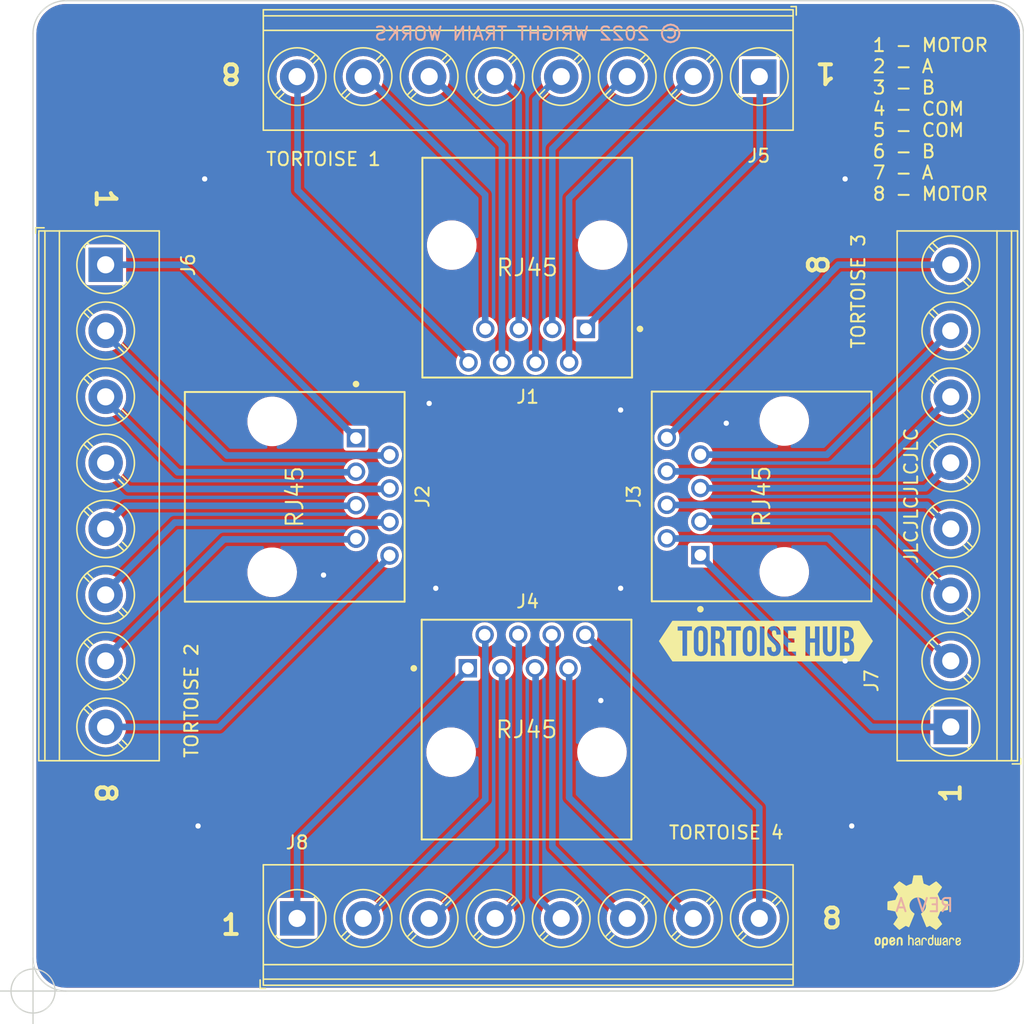
<source format=kicad_pcb>
(kicad_pcb (version 20211014) (generator pcbnew)
  (title_block (title "Tortoise Hub Board") (date "2022-02-13") (rev "A") (company "Wright Train Works"))
  (layers (0 "F.Cu" signal) (31 "B.Cu" signal) (34 "B.Paste" user) (35 "F.Paste" user) (36 "B.SilkS" user "B.Silkscreen") (37 "F.SilkS" user "F.Silkscreen") (38 "B.Mask" user) (39 "F.Mask" user) (44 "Edge.Cuts" user))
  (net 0 "")
  (net 1 "Net-(J1-Pad1)")
  (net 2 "Net-(J1-Pad2)")
  (net 3 "Net-(J1-Pad3)")
  (net 4 "Net-(J1-Pad4)")
  (net 5 "Net-(J1-Pad5)")
  (net 6 "Net-(J1-Pad6)")
  (net 7 "Net-(J1-Pad7)")
  (net 8 "Net-(J1-Pad8)")
  (net 9 "Net-(J2-Pad1)")
  (net 10 "Net-(J2-Pad2)")
  (net 11 "Net-(J2-Pad3)")
  (net 12 "Net-(J2-Pad4)")
  (net 13 "Net-(J2-Pad5)")
  (net 14 "Net-(J2-Pad6)")
  (net 15 "Net-(J2-Pad7)")
  (net 16 "Net-(J2-Pad8)")
  (net 17 "Net-(J3-Pad1)")
  (net 18 "Net-(J3-Pad2)")
  (net 19 "Net-(J3-Pad3)")
  (net 20 "Net-(J3-Pad4)")
  (net 21 "Net-(J3-Pad5)")
  (net 22 "Net-(J3-Pad6)")
  (net 23 "Net-(J3-Pad7)")
  (net 24 "Net-(J3-Pad8)")
  (net 25 "Net-(J4-Pad1)")
  (net 26 "Net-(J4-Pad2)")
  (net 27 "Net-(J4-Pad3)")
  (net 28 "Net-(J4-Pad4)")
  (net 29 "Net-(J4-Pad5)")
  (net 30 "Net-(J4-Pad6)")
  (net 31 "Net-(J4-Pad7)")
  (net 32 "Net-(J4-Pad8)")
  (net 33 "GND")
  (footprint "TE-5556416-1:TE-5556416-1" (layer "F.Cu") (at 134.875 118.7)
    (fp_text reference "J4" (at -0.875 -9.7) (layer "F.SilkS") (effects (justify left)))
    (fp_text value "RJ45" (at 0 0) (layer "F.SilkS") (effects (font (size 1.27 1.27))))
    (pad "" np_thru_hole circle (at -5.715 1.71) (size 3.25 3.25) (drill 3.25) (layers *.Cu *.Mask))
    (pad "" np_thru_hole circle (at 5.715 1.71) (size 3.25 3.25) (drill 3.25) (layers *.Cu *.Mask))
    (pad "1" thru_hole rect (at -4.445 -4.64) (size 1.39 1.39) (drill 0.89) (layers *.Cu) (net 25 "Net-(J4-Pad1)"))
    (pad "2" thru_hole circle (at -3.175 -7.18) (size 1.39 1.39) (drill 0.89) (layers *.Cu) (net 26 "Net-(J4-Pad2)"))
    (pad "3" thru_hole circle (at -1.905 -4.64) (size 1.39 1.39) (drill 0.89) (layers *.Cu) (net 27 "Net-(J4-Pad3)"))
    (pad "4" thru_hole circle (at -0.635 -7.18) (size 1.39 1.39) (drill 0.89) (layers *.Cu) (net 28 "Net-(J4-Pad4)"))
    (pad "5" thru_hole circle (at 0.635 -4.64) (size 1.39 1.39) (drill 0.89) (layers *.Cu) (net 29 "Net-(J4-Pad5)"))
    (pad "6" thru_hole circle (at 1.905 -7.18) (size 1.39 1.39) (drill 0.89) (layers *.Cu) (net 30 "Net-(J4-Pad6)"))
    (pad "7" thru_hole circle (at 3.175 -4.64) (size 1.39 1.39) (drill 0.89) (layers *.Cu) (net 31 "Net-(J4-Pad7)"))
    (pad "8" thru_hole circle (at 4.445 -7.18) (size 1.39 1.39) (drill 0.89) (layers *.Cu) (net 32 "Net-(J4-Pad8)"))
  )
  (footprint "Symbol:OSHW-Logo2_7.3x6mm_SilkScreen" (layer "F.Cu") (at 164.5 132.5)
    (fp_text reference "REF**" hide)
    (fp_text value "OSHW-Logo2_7.3x6mm_SilkScreen" hide)
  )
  (footprint "kibuzzard-620B6713" (layer "F.Cu") (at 153 112)
    (fp_text reference "kibuzzard-620B6713" hide)
    (fp_text value "G***" hide)
  )
  (footprint "TE-5556416-1:TE-5556416-1" (layer "F.Cu") (at 134.925 83.72 180)
    (fp_text reference "J1" (at 0.925 -9.78 180) (layer "F.SilkS") (effects (justify left)))
    (fp_text value "RJ45" (at 0 0 180) (layer "F.SilkS") (effects (font (size 1.27 1.27))))
    (pad "" np_thru_hole circle (at 5.715 1.71 180) (size 3.25 3.25) (drill 3.25) (layers *.Cu *.Mask))
    (pad "" np_thru_hole circle (at -5.715 1.71 180) (size 3.25 3.25) (drill 3.25) (layers *.Cu *.Mask))
    (pad "1" thru_hole rect (at -4.445 -4.64 180) (size 1.39 1.39) (drill 0.89) (layers *.Cu) (net 1 "Net-(J1-Pad1)"))
    (pad "2" thru_hole circle (at -3.175 -7.18 180) (size 1.39 1.39) (drill 0.89) (layers *.Cu) (net 2 "Net-(J1-Pad2)"))
    (pad "3" thru_hole circle (at -1.905 -4.64 180) (size 1.39 1.39) (drill 0.89) (layers *.Cu) (net 3 "Net-(J1-Pad3)"))
    (pad "4" thru_hole circle (at -0.635 -7.18 180) (size 1.39 1.39) (drill 0.89) (layers *.Cu) (net 4 "Net-(J1-Pad4)"))
    (pad "5" thru_hole circle (at 0.635 -4.64 180) (size 1.39 1.39) (drill 0.89) (layers *.Cu) (net 5 "Net-(J1-Pad5)"))
    (pad "6" thru_hole circle (at 1.905 -7.18 180) (size 1.39 1.39) (drill 0.89) (layers *.Cu) (net 6 "Net-(J1-Pad6)"))
    (pad "7" thru_hole circle (at 3.175 -4.64 180) (size 1.39 1.39) (drill 0.89) (layers *.Cu) (net 7 "Net-(J1-Pad7)"))
    (pad "8" thru_hole circle (at 4.445 -7.18 180) (size 1.39 1.39) (drill 0.89) (layers *.Cu) (net 8 "Net-(J1-Pad8)"))
  )
  (footprint "TerminalBlock_Phoenix:TerminalBlock_Phoenix_PT-1,5-8-5.0-H_1x08_P5.00mm_Horizontal" (layer "F.Cu") (at 167 118.5 90)
    (fp_text reference "J7" (at 3.5 -6 90) (layer "F.SilkS"))
    (fp_text value "Conn_01x08" hide)
    (pad "1" thru_hole rect (at 0 0 90) (size 2.6 2.6) (drill 1.3) (layers *.Cu *.Mask) (net 17 "Net-(J3-Pad1)"))
    (pad "2" thru_hole circle (at 5 0 90) (size 2.6 2.6) (drill 1.3) (layers *.Cu *.Mask) (net 18 "Net-(J3-Pad2)"))
    (pad "3" thru_hole circle (at 10 0 90) (size 2.6 2.6) (drill 1.3) (layers *.Cu *.Mask) (net 19 "Net-(J3-Pad3)"))
    (pad "4" thru_hole circle (at 15 0 90) (size 2.6 2.6) (drill 1.3) (layers *.Cu *.Mask) (net 20 "Net-(J3-Pad4)"))
    (pad "5" thru_hole circle (at 20 0 90) (size 2.6 2.6) (drill 1.3) (layers *.Cu *.Mask) (net 21 "Net-(J3-Pad5)"))
    (pad "6" thru_hole circle (at 25 0 90) (size 2.6 2.6) (drill 1.3) (layers *.Cu *.Mask) (net 22 "Net-(J3-Pad6)"))
    (pad "7" thru_hole circle (at 30 0 90) (size 2.6 2.6) (drill 1.3) (layers *.Cu *.Mask) (net 23 "Net-(J3-Pad7)"))
    (pad "8" thru_hole circle (at 35 0 90) (size 2.6 2.6) (drill 1.3) (layers *.Cu *.Mask) (net 24 "Net-(J3-Pad8)"))
  )
  (footprint "TE-5556416-1:TE-5556416-1" (layer "F.Cu") (at 152.68 101.045 90)
    (fp_text reference "J3" (at -0.955 -9.68 90) (layer "F.SilkS") (effects (justify left)))
    (fp_text value "RJ45" (at 0 0 90) (layer "F.SilkS") (effects (font (size 1.27 1.27))))
    (pad "" np_thru_hole circle (at -5.715 1.71 90) (size 3.25 3.25) (drill 3.25) (layers *.Cu *.Mask))
    (pad "" np_thru_hole circle (at 5.715 1.71 90) (size 3.25 3.25) (drill 3.25) (layers *.Cu *.Mask))
    (pad "1" thru_hole rect (at -4.445 -4.64 90) (size 1.39 1.39) (drill 0.89) (layers *.Cu) (net 17 "Net-(J3-Pad1)"))
    (pad "2" thru_hole circle (at -3.175 -7.18 90) (size 1.39 1.39) (drill 0.89) (layers *.Cu) (net 18 "Net-(J3-Pad2)"))
    (pad "3" thru_hole circle (at -1.905 -4.64 90) (size 1.39 1.39) (drill 0.89) (layers *.Cu) (net 19 "Net-(J3-Pad3)"))
    (pad "4" thru_hole circle (at -0.635 -7.18 90) (size 1.39 1.39) (drill 0.89) (layers *.Cu) (net 20 "Net-(J3-Pad4)"))
    (pad "5" thru_hole circle (at 0.635 -4.64 90) (size 1.39 1.39) (drill 0.89) (layers *.Cu) (net 21 "Net-(J3-Pad5)"))
    (pad "6" thru_hole circle (at 1.905 -7.18 90) (size 1.39 1.39) (drill 0.89) (layers *.Cu) (net 22 "Net-(J3-Pad6)"))
    (pad "7" thru_hole circle (at 3.175 -4.64 90) (size 1.39 1.39) (drill 0.89) (layers *.Cu) (net 23 "Net-(J3-Pad7)"))
    (pad "8" thru_hole circle (at 4.445 -7.18 90) (size 1.39 1.39) (drill 0.89) (layers *.Cu) (net 24 "Net-(J3-Pad8)"))
  )
  (footprint "TerminalBlock_Phoenix:TerminalBlock_Phoenix_PT-1,5-8-5.0-H_1x08_P5.00mm_Horizontal" (layer "F.Cu") (at 103 83.5 -90)
    (fp_text reference "J6" (at 0 -6.25 90) (layer "F.SilkS"))
    (fp_text value "Conn_01x08" hide)
    (pad "1" thru_hole rect (at 0 0 270) (size 2.6 2.6) (drill 1.3) (layers *.Cu *.Mask) (net 9 "Net-(J2-Pad1)"))
    (pad "2" thru_hole circle (at 5 0 270) (size 2.6 2.6) (drill 1.3) (layers *.Cu *.Mask) (net 10 "Net-(J2-Pad2)"))
    (pad "3" thru_hole circle (at 10 0 270) (size 2.6 2.6) (drill 1.3) (layers *.Cu *.Mask) (net 11 "Net-(J2-Pad3)"))
    (pad "4" thru_hole circle (at 15 0 270) (size 2.6 2.6) (drill 1.3) (layers *.Cu *.Mask) (net 12 "Net-(J2-Pad4)"))
    (pad "5" thru_hole circle (at 20 0 270) (size 2.6 2.6) (drill 1.3) (layers *.Cu *.Mask) (net 13 "Net-(J2-Pad5)"))
    (pad "6" thru_hole circle (at 25 0 270) (size 2.6 2.6) (drill 1.3) (layers *.Cu *.Mask) (net 14 "Net-(J2-Pad6)"))
    (pad "7" thru_hole circle (at 30 0 270) (size 2.6 2.6) (drill 1.3) (layers *.Cu *.Mask) (net 15 "Net-(J2-Pad7)"))
    (pad "8" thru_hole circle (at 35 0 270) (size 2.6 2.6) (drill 1.3) (layers *.Cu *.Mask) (net 16 "Net-(J2-Pad8)"))
  )
  (footprint "TerminalBlock_Phoenix:TerminalBlock_Phoenix_PT-1,5-8-5.0-H_1x08_P5.00mm_Horizontal" (layer "F.Cu") (at 152.5 69.25 180)
    (fp_text reference "J5" (at 0.035 -6) (layer "F.SilkS"))
    (fp_text value "Conn_01x08" hide)
    (pad "1" thru_hole rect (at 0 0 180) (size 2.6 2.6) (drill 1.3) (layers *.Cu *.Mask) (net 1 "Net-(J1-Pad1)"))
    (pad "2" thru_hole circle (at 5 0 180) (size 2.6 2.6) (drill 1.3) (layers *.Cu *.Mask) (net 2 "Net-(J1-Pad2)"))
    (pad "3" thru_hole circle (at 10 0 180) (size 2.6 2.6) (drill 1.3) (layers *.Cu *.Mask) (net 3 "Net-(J1-Pad3)"))
    (pad "4" thru_hole circle (at 15 0 180) (size 2.6 2.6) (drill 1.3) (layers *.Cu *.Mask) (net 4 "Net-(J1-Pad4)"))
    (pad "5" thru_hole circle (at 20 0 180) (size 2.6 2.6) (drill 1.3) (layers *.Cu *.Mask) (net 5 "Net-(J1-Pad5)"))
    (pad "6" thru_hole circle (at 25 0 180) (size 2.6 2.6) (drill 1.3) (layers *.Cu *.Mask) (net 6 "Net-(J1-Pad6)"))
    (pad "7" thru_hole circle (at 30 0 180) (size 2.6 2.6) (drill 1.3) (layers *.Cu *.Mask) (net 7 "Net-(J1-Pad7)"))
    (pad "8" thru_hole circle (at 35 0 180) (size 2.6 2.6) (drill 1.3) (layers *.Cu *.Mask) (net 8 "Net-(J1-Pad8)"))
  )
  (footprint "TE-5556416-1:TE-5556416-1" (layer "F.Cu") (at 117.32 101.075 -90)
    (fp_text reference "J2" (at 0.925 -9.68 -90) (layer "F.SilkS") (effects (justify left)))
    (fp_text value "RJ45" (at 0 0 -90) (layer "F.SilkS") (effects (font (size 1.27 1.27))))
    (pad "" np_thru_hole circle (at 5.715 1.71 270) (size 3.25 3.25) (drill 3.25) (layers *.Cu *.Mask))
    (pad "" np_thru_hole circle (at -5.715 1.71 270) (size 3.25 3.25) (drill 3.25) (layers *.Cu *.Mask))
    (pad "1" thru_hole rect (at -4.445 -4.64 270) (size 1.39 1.39) (drill 0.89) (layers *.Cu) (net 9 "Net-(J2-Pad1)"))
    (pad "2" thru_hole circle (at -3.175 -7.18 270) (size 1.39 1.39) (drill 0.89) (layers *.Cu) (net 10 "Net-(J2-Pad2)"))
    (pad "3" thru_hole circle (at -1.905 -4.64 270) (size 1.39 1.39) (drill 0.89) (layers *.Cu) (net 11 "Net-(J2-Pad3)"))
    (pad "4" thru_hole circle (at -0.635 -7.18 270) (size 1.39 1.39) (drill 0.89) (layers *.Cu) (net 12 "Net-(J2-Pad4)"))
    (pad "5" thru_hole circle (at 0.635 -4.64 270) (size 1.39 1.39) (drill 0.89) (layers *.Cu) (net 13 "Net-(J2-Pad5)"))
    (pad "6" thru_hole circle (at 1.905 -7.18 270) (size 1.39 1.39) (drill 0.89) (layers *.Cu) (net 14 "Net-(J2-Pad6)"))
    (pad "7" thru_hole circle (at 3.175 -4.64 270) (size 1.39 1.39) (drill 0.89) (layers *.Cu) (net 15 "Net-(J2-Pad7)"))
    (pad "8" thru_hole circle (at 4.445 -7.18 270) (size 1.39 1.39) (drill 0.89) (layers *.Cu) (net 16 "Net-(J2-Pad8)"))
  )
  (footprint "TerminalBlock_Phoenix:TerminalBlock_Phoenix_PT-1,5-8-5.0-H_1x08_P5.00mm_Horizontal" (layer "F.Cu") (at 117.5 133)
    (fp_text reference "J8" (at 0 -5.75) (layer "F.SilkS"))
    (fp_text value "Conn_01x08" hide)
    (pad "1" thru_hole rect (at 0 0) (size 2.6 2.6) (drill 1.3) (layers *.Cu *.Mask) (net 25 "Net-(J4-Pad1)"))
    (pad "2" thru_hole circle (at 5 0) (size 2.6 2.6) (drill 1.3) (layers *.Cu *.Mask) (net 26 "Net-(J4-Pad2)"))
    (pad "3" thru_hole circle (at 10 0) (size 2.6 2.6) (drill 1.3) (layers *.Cu *.Mask) (net 27 "Net-(J4-Pad3)"))
    (pad "4" thru_hole circle (at 15 0) (size 2.6 2.6) (drill 1.3) (layers *.Cu *.Mask) (net 28 "Net-(J4-Pad4)"))
    (pad "5" thru_hole circle (at 20 0) (size 2.6 2.6) (drill 1.3) (layers *.Cu *.Mask) (net 29 "Net-(J4-Pad5)"))
    (pad "6" thru_hole circle (at 25 0) (size 2.6 2.6) (drill 1.3) (layers *.Cu *.Mask) (net 30 "Net-(J4-Pad6)"))
    (pad "7" thru_hole circle (at 30 0) (size 2.6 2.6) (drill 1.3) (layers *.Cu *.Mask) (net 31 "Net-(J4-Pad7)"))
    (pad "8" thru_hole circle (at 35 0) (size 2.6 2.6) (drill 1.3) (layers *.Cu *.Mask) (net 32 "Net-(J4-Pad8)"))
  )
  (gr_arc (start 100 138.5) (mid 98.232233 137.767767) (end 97.5 136) (layer "Edge.Cuts") (width 0.1))
  (gr_arc (start 97.5 66) (mid 98.232233 64.232233) (end 100 63.5) (layer "Edge.Cuts") (width 0.1))
  (gr_arc (start 172.5 136) (mid 171.767767 137.767767) (end 170 138.5) (layer "Edge.Cuts") (width 0.1))
  (gr_line (start 100 63.5) (end 170 63.5) (layer "Edge.Cuts") (width 0.1))
  (gr_line (start 97.5 136) (end 97.5 66) (layer "Edge.Cuts") (width 0.1))
  (gr_arc (start 170 63.5) (mid 171.767767 64.232233) (end 172.5 66) (layer "Edge.Cuts") (width 0.1))
  (gr_line (start 172.5 66) (end 172.5 136) (layer "Edge.Cuts") (width 0.1))
  (gr_line (start 170 138.5) (end 100 138.5) (layer "Edge.Cuts") (width 0.1))
  (gr_text "REV A" (at 165 132) (layer "B.SilkS") (effects (font (size 1 1)) (justify mirror)))
  (gr_text "© 2022 WRIGHT TRAIN WORKS" (at 135 66) (layer "B.SilkS") (effects (font (size 1 1)) (justify mirror)))
  (gr_text "8" (at 158 133) (layer "F.SilkS") (effects (font (size 1.5 1.5) (thickness 0.3))))
  (gr_text "8" (at 157 83.5 90) (layer "F.SilkS") (effects (font (size 1.5 1.5) (thickness 0.3))))
  (gr_text "1" (at 157.5 69 180) (layer "F.SilkS") (effects (font (size 1.5 1.5) (thickness 0.3))))
  (gr_text "TORTOISE 2" (at 109.5 116.5 90) (layer "F.SilkS") (effects (font (size 1 1))))
  (gr_text "1" (at 112.5 133.5) (layer "F.SilkS") (effects (font (size 1.5 1.5) (thickness 0.3))))
  (gr_text "1" (at 167 123.5 90) (layer "F.SilkS") (effects (font (size 1.5 1.5) (thickness 0.3))))
  (gr_text "TORTOISE 3" (at 160 85.5 90) (layer "F.SilkS") (effects (font (size 1 1))))
  (gr_text "1" (at 103 78.5 270) (layer "F.SilkS") (effects (font (size 1.5 1.5) (thickness 0.3))))
  (gr_text "1 - MOTOR\n2 - A\n3 - B\n4 - COM\n5 - COM\n6 - B\n7 - A\n8 - MOTOR" (at 161 72.5) (layer "F.SilkS") (effects (font (size 1 1)) (justify left)))
  (gr_text "TORTOISE 4" (at 150 126.5) (layer "F.SilkS") (effects (font (size 1 1))))
  (gr_text "TORTOISE 1" (at 119.5 75.5) (layer "F.SilkS") (effects (font (size 1 1))))
  (gr_text "8" (at 103 123.5 270) (layer "F.SilkS") (effects (font (size 1.5 1.5) (thickness 0.3))))
  (gr_text "JLCJLCJLCJLC" (at 164 101 90) (layer "F.SilkS") (effects (font (size 1 1))))
  (gr_text "8" (at 112.5 69 180) (layer "F.SilkS") (effects (font (size 1.5 1.5) (thickness 0.3))))
  (target plus (at 97.5 138.5) (size 5) (width 0.1) (layer "Edge.Cuts"))
  (segment (start 152.535 75.0775) (end 152.535 69) (width 0.5) (layer "B.Cu") (net 1))
  (segment (start 139.3625 88.25) (end 152.535 75.0775) (width 0.5) (layer "B.Cu") (net 1))
  (segment (start 138.0925 90.79) (end 138.0925 78.4425) (width 0.5) (layer "B.Cu") (net 2))
  (segment (start 138.0925 78.4425) (end 147.535 69) (width 0.5) (layer "B.Cu") (net 2))
  (segment (start 136.8225 74.7125) (end 142.535 69) (width 0.5) (layer "B.Cu") (net 3))
  (segment (start 136.8225 88.25) (end 136.8225 74.7125) (width 0.5) (layer "B.Cu") (net 3))
  (segment (start 135.5525 90.79) (end 135.5525 70.9825) (width 0.5) (layer "B.Cu") (net 4))
  (segment (start 135.5525 70.9825) (end 137.535 69) (width 0.5) (layer "B.Cu") (net 4))
  (segment (start 134.2825 70.7475) (end 132.535 69) (width 0.5) (layer "B.Cu") (net 5))
  (segment (start 134.2825 88.25) (end 134.2825 70.7475) (width 0.5) (layer "B.Cu") (net 5))
  (segment (start 133.0125 74.4775) (end 127.535 69) (width 0.5) (layer "B.Cu") (net 6))
  (segment (start 133.0125 90.79) (end 133.0125 74.4775) (width 0.5) (layer "B.Cu") (net 6))
  (segment (start 131.7425 78.2075) (end 122.535 69) (width 0.5) (layer "B.Cu") (net 7))
  (segment (start 131.7425 88.25) (end 131.7425 78.2075) (width 0.5) (layer "B.Cu") (net 7))
  (segment (start 117.535 77.8525) (end 117.535 69) (width 0.5) (layer "B.Cu") (net 8))
  (segment (start 130.4725 90.79) (end 117.535 77.8525) (width 0.5) (layer "B.Cu") (net 8))
  (segment (start 122 96.6725) (end 108.8275 83.5) (width 0.5) (layer "B.Cu") (net 9))
  (segment (start 108.8275 83.5) (end 102.75 83.5) (width 0.5) (layer "B.Cu") (net 9))
  (segment (start 124.54 97.9425) (end 112.1925 97.9425) (width 0.5) (layer "B.Cu") (net 10))
  (segment (start 112.1925 97.9425) (end 102.75 88.5) (width 0.5) (layer "B.Cu") (net 10))
  (segment (start 122 99.2125) (end 108.4625 99.2125) (width 0.5) (layer "B.Cu") (net 11))
  (segment (start 108.4625 99.2125) (end 102.75 93.5) (width 0.5) (layer "B.Cu") (net 11))
  (segment (start 104.7325 100.4825) (end 102.75 98.5) (width 0.5) (layer "B.Cu") (net 12))
  (segment (start 124.54 100.4825) (end 104.7325 100.4825) (width 0.5) (layer "B.Cu") (net 12))
  (segment (start 122 101.7525) (end 104.4975 101.7525) (width 0.5) (layer "B.Cu") (net 13))
  (segment (start 104.4975 101.7525) (end 102.75 103.5) (width 0.5) (layer "B.Cu") (net 13))
  (segment (start 108.2275 103.0225) (end 102.75 108.5) (width 0.5) (layer "B.Cu") (net 14))
  (segment (start 124.54 103.0225) (end 108.2275 103.0225) (width 0.5) (layer "B.Cu") (net 14))
  (segment (start 122 104.2925) (end 111.9575 104.2925) (width 0.5) (layer "B.Cu") (net 15))
  (segment (start 111.9575 104.2925) (end 102.75 113.5) (width 0.5) (layer "B.Cu") (net 15))
  (segment (start 111.6025 118.5) (end 102.75 118.5) (width 0.5) (layer "B.Cu") (net 16))
  (segment (start 124.54 105.5625) (end 111.6025 118.5) (width 0.5) (layer "B.Cu") (net 16))
  (segment (start 148 105.5) (end 161 118.5) (width 0.5) (layer "B.Cu") (net 17))
  (segment (start 161 118.5) (end 167 118.5) (width 0.5) (layer "B.Cu") (net 17))
  (segment (start 157.73 104.23) (end 167 113.5) (width 0.5) (layer "B.Cu") (net 18))
  (segment (start 145.46 104.23) (end 157.73 104.23) (width 0.5) (layer "B.Cu") (net 18))
  (segment (start 161.46 102.96) (end 167 108.5) (width 0.5) (layer "B.Cu") (net 19))
  (segment (start 148 102.96) (end 161.46 102.96) (width 0.5) (layer "B.Cu") (net 19))
  (segment (start 145.46 101.69) (end 165.19 101.69) (width 0.5) (layer "B.Cu") (net 20))
  (segment (start 165.19 101.69) (end 167 103.5) (width 0.5) (layer "B.Cu") (net 20))
  (segment (start 148 100.42) (end 165.08 100.42) (width 0.5) (layer "B.Cu") (net 21))
  (segment (start 165.08 100.42) (end 167 98.5) (width 0.5) (layer "B.Cu") (net 21))
  (segment (start 161.35 99.15) (end 167 93.5) (width 0.5) (layer "B.Cu") (net 22))
  (segment (start 145.46 99.15) (end 161.35 99.15) (width 0.5) (layer "B.Cu") (net 22))
  (segment (start 157.62 97.88) (end 167 88.5) (width 0.5) (layer "B.Cu") (net 23))
  (segment (start 148 97.88) (end 157.62 97.88) (width 0.5) (layer "B.Cu") (net 23))
  (segment (start 145.46 96.61) (end 157.5 84.57) (width 0.5) (layer "B.Cu") (net 24))
  (segment (start 158.5 83.5) (end 167 83.5) (width 0.5) (layer "B.Cu") (net 24))
  (segment (start 157.5 84.5) (end 158.5 83.5) (width 0.5) (layer "B.Cu") (net 24))
  (segment (start 157.5 84.57) (end 157.5 84.5) (width 0.5) (layer "B.Cu") (net 24))
  (segment (start 130.48 114.04) (end 117.5 127.02) (width 0.5) (layer "B.Cu") (net 25))
  (segment (start 117.5 127.02) (end 117.5 133.25) (width 0.5) (layer "B.Cu") (net 25))
  (segment (start 131.75 124) (end 122.5 133.25) (width 0.5) (layer "B.Cu") (net 26))
  (segment (start 131.75 111.5) (end 131.75 124) (width 0.5) (layer "B.Cu") (net 26))
  (segment (start 133.02 127.73) (end 127.5 133.25) (width 0.5) (layer "B.Cu") (net 27))
  (segment (start 133.02 114.04) (end 133.02 127.73) (width 0.5) (layer "B.Cu") (net 27))
  (segment (start 134.29 131.46) (end 132.5 133.25) (width 0.5) (layer "B.Cu") (net 28))
  (segment (start 134.29 111.5) (end 134.29 131.46) (width 0.5) (layer "B.Cu") (net 28))
  (segment (start 135.56 131.31) (end 137.5 133.25) (width 0.5) (layer "B.Cu") (net 29))
  (segment (start 135.56 114.04) (end 135.56 131.31) (width 0.5) (layer "B.Cu") (net 29))
  (segment (start 136.83 127.58) (end 142.5 133.25) (width 0.5) (layer "B.Cu") (net 30))
  (segment (start 136.83 111.5) (end 136.83 127.58) (width 0.5) (layer "B.Cu") (net 30))
  (segment (start 138.1 114.04) (end 138.1 123.85) (width 0.5) (layer "B.Cu") (net 31))
  (segment (start 138.1 123.85) (end 147.5 133.25) (width 0.5) (layer "B.Cu") (net 31))
  (segment (start 152.5 124.63) (end 152.5 133.25) (width 0.5) (layer "B.Cu") (net 32))
  (segment (start 139.37 111.5) (end 152.5 124.63) (width 0.5) (layer "B.Cu") (net 32))
  (via (at 128 108) (size 0.8) (drill 0.4) (layers "F.Cu" "B.Cu") (net 33))
  (via (at 142 94.5) (size 0.8) (drill 0.4) (layers "F.Cu" "B.Cu") (net 33))
  (via (at 110.5 77) (size 0.8) (drill 0.4) (layers "F.Cu" "B.Cu") (net 33))
  (via (at 159 77) (size 0.8) (drill 0.4) (layers "F.Cu" "B.Cu") (net 33))
  (via (at 110 126) (size 0.8) (drill 0.4) (layers "F.Cu" "B.Cu") (net 33))
  (via (at 140.5 116.5) (size 0.8) (drill 0.4) (layers "F.Cu" "B.Cu") (net 33))
  (via (at 159.5 126) (size 0.8) (drill 0.4) (layers "F.Cu" "B.Cu") (net 33))
  (via (at 127.5 94) (size 0.8) (drill 0.4) (layers "F.Cu" "B.Cu") (net 33))
  (via (at 150 95.5) (size 0.8) (drill 0.4) (layers "F.Cu" "B.Cu") (net 33))
  (via (at 119.5 107) (size 0.8) (drill 0.4) (layers "F.Cu" "B.Cu") (net 33))
  (via (at 159 113.5) (size 0.8) (drill 0.4) (layers "F.Cu" "B.Cu") (net 33))
  (via (at 142 108) (size 0.8) (drill 0.4) (layers "F.Cu" "B.Cu") (net 33))
  (zone (net 33) (net_name "GND") (layers F&B.Cu) (connect_pads (clearance 0.254)) (min_thickness 0.254) (fill yes (thermal_gap 0.508) (thermal_bridge_width 0.508) (island_removal_mode 2) (island_area_min 2))
    (polygon (pts (xy 172.5 138.5) (xy 97.5 138.5) (xy 97.5 63.5) (xy 172.5 63.5)))
  )
)
</source>
